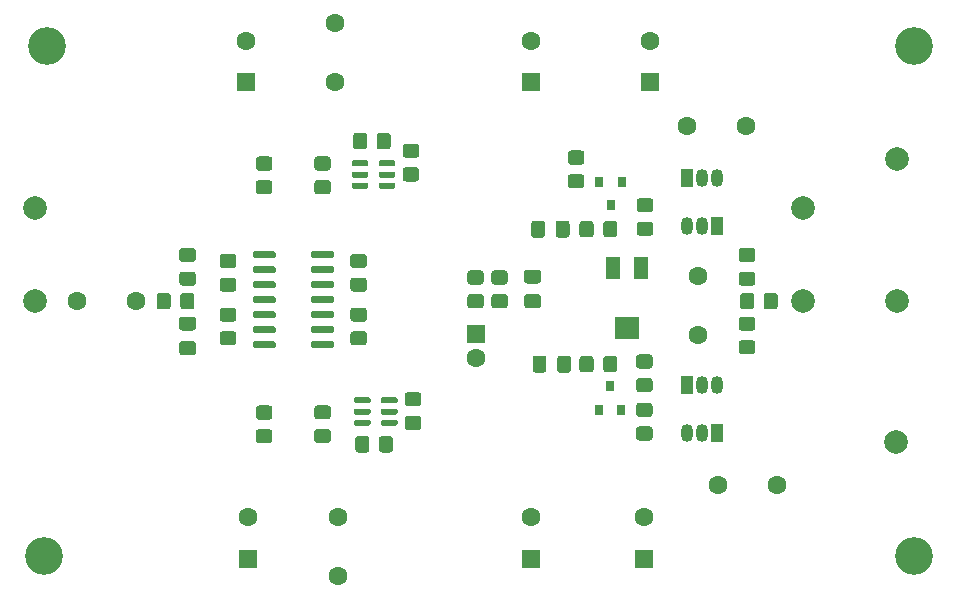
<source format=gbr>
G04 #@! TF.GenerationSoftware,KiCad,Pcbnew,(5.1.9-0-10_14)*
G04 #@! TF.CreationDate,2021-02-13T11:15:02+01:00*
G04 #@! TF.ProjectId,pre-amp-discret,7072652d-616d-4702-9d64-697363726574,rev?*
G04 #@! TF.SameCoordinates,Original*
G04 #@! TF.FileFunction,Soldermask,Top*
G04 #@! TF.FilePolarity,Negative*
%FSLAX46Y46*%
G04 Gerber Fmt 4.6, Leading zero omitted, Abs format (unit mm)*
G04 Created by KiCad (PCBNEW (5.1.9-0-10_14)) date 2021-02-13 11:15:02*
%MOMM*%
%LPD*%
G01*
G04 APERTURE LIST*
%ADD10R,1.300000X1.900000*%
%ADD11R,2.000000X1.900000*%
%ADD12C,1.600000*%
%ADD13R,1.050000X1.500000*%
%ADD14O,1.050000X1.500000*%
%ADD15R,0.800000X0.900000*%
%ADD16R,1.600000X1.600000*%
%ADD17C,2.000000*%
%ADD18C,3.200000*%
G04 APERTURE END LIST*
G36*
G01*
X148631000Y-118133000D02*
X148631000Y-117833000D01*
G75*
G02*
X148781000Y-117683000I150000J0D01*
G01*
X150431000Y-117683000D01*
G75*
G02*
X150581000Y-117833000I0J-150000D01*
G01*
X150581000Y-118133000D01*
G75*
G02*
X150431000Y-118283000I-150000J0D01*
G01*
X148781000Y-118283000D01*
G75*
G02*
X148631000Y-118133000I0J150000D01*
G01*
G37*
G36*
G01*
X148631000Y-119403000D02*
X148631000Y-119103000D01*
G75*
G02*
X148781000Y-118953000I150000J0D01*
G01*
X150431000Y-118953000D01*
G75*
G02*
X150581000Y-119103000I0J-150000D01*
G01*
X150581000Y-119403000D01*
G75*
G02*
X150431000Y-119553000I-150000J0D01*
G01*
X148781000Y-119553000D01*
G75*
G02*
X148631000Y-119403000I0J150000D01*
G01*
G37*
G36*
G01*
X148631000Y-120673000D02*
X148631000Y-120373000D01*
G75*
G02*
X148781000Y-120223000I150000J0D01*
G01*
X150431000Y-120223000D01*
G75*
G02*
X150581000Y-120373000I0J-150000D01*
G01*
X150581000Y-120673000D01*
G75*
G02*
X150431000Y-120823000I-150000J0D01*
G01*
X148781000Y-120823000D01*
G75*
G02*
X148631000Y-120673000I0J150000D01*
G01*
G37*
G36*
G01*
X148631000Y-121943000D02*
X148631000Y-121643000D01*
G75*
G02*
X148781000Y-121493000I150000J0D01*
G01*
X150431000Y-121493000D01*
G75*
G02*
X150581000Y-121643000I0J-150000D01*
G01*
X150581000Y-121943000D01*
G75*
G02*
X150431000Y-122093000I-150000J0D01*
G01*
X148781000Y-122093000D01*
G75*
G02*
X148631000Y-121943000I0J150000D01*
G01*
G37*
G36*
G01*
X148631000Y-123213000D02*
X148631000Y-122913000D01*
G75*
G02*
X148781000Y-122763000I150000J0D01*
G01*
X150431000Y-122763000D01*
G75*
G02*
X150581000Y-122913000I0J-150000D01*
G01*
X150581000Y-123213000D01*
G75*
G02*
X150431000Y-123363000I-150000J0D01*
G01*
X148781000Y-123363000D01*
G75*
G02*
X148631000Y-123213000I0J150000D01*
G01*
G37*
G36*
G01*
X148631000Y-124483000D02*
X148631000Y-124183000D01*
G75*
G02*
X148781000Y-124033000I150000J0D01*
G01*
X150431000Y-124033000D01*
G75*
G02*
X150581000Y-124183000I0J-150000D01*
G01*
X150581000Y-124483000D01*
G75*
G02*
X150431000Y-124633000I-150000J0D01*
G01*
X148781000Y-124633000D01*
G75*
G02*
X148631000Y-124483000I0J150000D01*
G01*
G37*
G36*
G01*
X148631000Y-125753000D02*
X148631000Y-125453000D01*
G75*
G02*
X148781000Y-125303000I150000J0D01*
G01*
X150431000Y-125303000D01*
G75*
G02*
X150581000Y-125453000I0J-150000D01*
G01*
X150581000Y-125753000D01*
G75*
G02*
X150431000Y-125903000I-150000J0D01*
G01*
X148781000Y-125903000D01*
G75*
G02*
X148631000Y-125753000I0J150000D01*
G01*
G37*
G36*
G01*
X143681000Y-125753000D02*
X143681000Y-125453000D01*
G75*
G02*
X143831000Y-125303000I150000J0D01*
G01*
X145481000Y-125303000D01*
G75*
G02*
X145631000Y-125453000I0J-150000D01*
G01*
X145631000Y-125753000D01*
G75*
G02*
X145481000Y-125903000I-150000J0D01*
G01*
X143831000Y-125903000D01*
G75*
G02*
X143681000Y-125753000I0J150000D01*
G01*
G37*
G36*
G01*
X143681000Y-124483000D02*
X143681000Y-124183000D01*
G75*
G02*
X143831000Y-124033000I150000J0D01*
G01*
X145481000Y-124033000D01*
G75*
G02*
X145631000Y-124183000I0J-150000D01*
G01*
X145631000Y-124483000D01*
G75*
G02*
X145481000Y-124633000I-150000J0D01*
G01*
X143831000Y-124633000D01*
G75*
G02*
X143681000Y-124483000I0J150000D01*
G01*
G37*
G36*
G01*
X143681000Y-123213000D02*
X143681000Y-122913000D01*
G75*
G02*
X143831000Y-122763000I150000J0D01*
G01*
X145481000Y-122763000D01*
G75*
G02*
X145631000Y-122913000I0J-150000D01*
G01*
X145631000Y-123213000D01*
G75*
G02*
X145481000Y-123363000I-150000J0D01*
G01*
X143831000Y-123363000D01*
G75*
G02*
X143681000Y-123213000I0J150000D01*
G01*
G37*
G36*
G01*
X143681000Y-121943000D02*
X143681000Y-121643000D01*
G75*
G02*
X143831000Y-121493000I150000J0D01*
G01*
X145481000Y-121493000D01*
G75*
G02*
X145631000Y-121643000I0J-150000D01*
G01*
X145631000Y-121943000D01*
G75*
G02*
X145481000Y-122093000I-150000J0D01*
G01*
X143831000Y-122093000D01*
G75*
G02*
X143681000Y-121943000I0J150000D01*
G01*
G37*
G36*
G01*
X143681000Y-120673000D02*
X143681000Y-120373000D01*
G75*
G02*
X143831000Y-120223000I150000J0D01*
G01*
X145481000Y-120223000D01*
G75*
G02*
X145631000Y-120373000I0J-150000D01*
G01*
X145631000Y-120673000D01*
G75*
G02*
X145481000Y-120823000I-150000J0D01*
G01*
X143831000Y-120823000D01*
G75*
G02*
X143681000Y-120673000I0J150000D01*
G01*
G37*
G36*
G01*
X143681000Y-119403000D02*
X143681000Y-119103000D01*
G75*
G02*
X143831000Y-118953000I150000J0D01*
G01*
X145481000Y-118953000D01*
G75*
G02*
X145631000Y-119103000I0J-150000D01*
G01*
X145631000Y-119403000D01*
G75*
G02*
X145481000Y-119553000I-150000J0D01*
G01*
X143831000Y-119553000D01*
G75*
G02*
X143681000Y-119403000I0J150000D01*
G01*
G37*
G36*
G01*
X143681000Y-118133000D02*
X143681000Y-117833000D01*
G75*
G02*
X143831000Y-117683000I150000J0D01*
G01*
X145481000Y-117683000D01*
G75*
G02*
X145631000Y-117833000I0J-150000D01*
G01*
X145631000Y-118133000D01*
G75*
G02*
X145481000Y-118283000I-150000J0D01*
G01*
X143831000Y-118283000D01*
G75*
G02*
X143681000Y-118133000I0J150000D01*
G01*
G37*
D10*
X174230000Y-119126000D03*
D11*
X175380000Y-124226000D03*
D10*
X176530000Y-119126000D03*
G36*
G01*
X138626001Y-118615000D02*
X137725999Y-118615000D01*
G75*
G02*
X137476000Y-118365001I0J249999D01*
G01*
X137476000Y-117664999D01*
G75*
G02*
X137725999Y-117415000I249999J0D01*
G01*
X138626001Y-117415000D01*
G75*
G02*
X138876000Y-117664999I0J-249999D01*
G01*
X138876000Y-118365001D01*
G75*
G02*
X138626001Y-118615000I-249999J0D01*
G01*
G37*
G36*
G01*
X138626001Y-120615000D02*
X137725999Y-120615000D01*
G75*
G02*
X137476000Y-120365001I0J249999D01*
G01*
X137476000Y-119664999D01*
G75*
G02*
X137725999Y-119415000I249999J0D01*
G01*
X138626001Y-119415000D01*
G75*
G02*
X138876000Y-119664999I0J-249999D01*
G01*
X138876000Y-120365001D01*
G75*
G02*
X138626001Y-120615000I-249999J0D01*
G01*
G37*
G36*
G01*
X136760000Y-121469999D02*
X136760000Y-122370001D01*
G75*
G02*
X136510001Y-122620000I-249999J0D01*
G01*
X135809999Y-122620000D01*
G75*
G02*
X135560000Y-122370001I0J249999D01*
G01*
X135560000Y-121469999D01*
G75*
G02*
X135809999Y-121220000I249999J0D01*
G01*
X136510001Y-121220000D01*
G75*
G02*
X136760000Y-121469999I0J-249999D01*
G01*
G37*
G36*
G01*
X138760000Y-121469999D02*
X138760000Y-122370001D01*
G75*
G02*
X138510001Y-122620000I-249999J0D01*
G01*
X137809999Y-122620000D01*
G75*
G02*
X137560000Y-122370001I0J249999D01*
G01*
X137560000Y-121469999D01*
G75*
G02*
X137809999Y-121220000I249999J0D01*
G01*
X138510001Y-121220000D01*
G75*
G02*
X138760000Y-121469999I0J-249999D01*
G01*
G37*
G36*
G01*
X138651000Y-124412500D02*
X137701000Y-124412500D01*
G75*
G02*
X137451000Y-124162500I0J250000D01*
G01*
X137451000Y-123487500D01*
G75*
G02*
X137701000Y-123237500I250000J0D01*
G01*
X138651000Y-123237500D01*
G75*
G02*
X138901000Y-123487500I0J-250000D01*
G01*
X138901000Y-124162500D01*
G75*
G02*
X138651000Y-124412500I-250000J0D01*
G01*
G37*
G36*
G01*
X138651000Y-126487500D02*
X137701000Y-126487500D01*
G75*
G02*
X137451000Y-126237500I0J250000D01*
G01*
X137451000Y-125562500D01*
G75*
G02*
X137701000Y-125312500I250000J0D01*
G01*
X138651000Y-125312500D01*
G75*
G02*
X138901000Y-125562500I0J-250000D01*
G01*
X138901000Y-126237500D01*
G75*
G02*
X138651000Y-126487500I-250000J0D01*
G01*
G37*
G36*
G01*
X144202999Y-132750000D02*
X145103001Y-132750000D01*
G75*
G02*
X145353000Y-132999999I0J-249999D01*
G01*
X145353000Y-133700001D01*
G75*
G02*
X145103001Y-133950000I-249999J0D01*
G01*
X144202999Y-133950000D01*
G75*
G02*
X143953000Y-133700001I0J249999D01*
G01*
X143953000Y-132999999D01*
G75*
G02*
X144202999Y-132750000I249999J0D01*
G01*
G37*
G36*
G01*
X144202999Y-130750000D02*
X145103001Y-130750000D01*
G75*
G02*
X145353000Y-130999999I0J-249999D01*
G01*
X145353000Y-131700001D01*
G75*
G02*
X145103001Y-131950000I-249999J0D01*
G01*
X144202999Y-131950000D01*
G75*
G02*
X143953000Y-131700001I0J249999D01*
G01*
X143953000Y-130999999D01*
G75*
G02*
X144202999Y-130750000I249999J0D01*
G01*
G37*
G36*
G01*
X162109999Y-121320000D02*
X163010001Y-121320000D01*
G75*
G02*
X163260000Y-121569999I0J-249999D01*
G01*
X163260000Y-122270001D01*
G75*
G02*
X163010001Y-122520000I-249999J0D01*
G01*
X162109999Y-122520000D01*
G75*
G02*
X161860000Y-122270001I0J249999D01*
G01*
X161860000Y-121569999D01*
G75*
G02*
X162109999Y-121320000I249999J0D01*
G01*
G37*
G36*
G01*
X162109999Y-119320000D02*
X163010001Y-119320000D01*
G75*
G02*
X163260000Y-119569999I0J-249999D01*
G01*
X163260000Y-120270001D01*
G75*
G02*
X163010001Y-120520000I-249999J0D01*
G01*
X162109999Y-120520000D01*
G75*
G02*
X161860000Y-120270001I0J249999D01*
G01*
X161860000Y-119569999D01*
G75*
G02*
X162109999Y-119320000I249999J0D01*
G01*
G37*
G36*
G01*
X168565500Y-126779000D02*
X168565500Y-127729000D01*
G75*
G02*
X168315500Y-127979000I-250000J0D01*
G01*
X167640500Y-127979000D01*
G75*
G02*
X167390500Y-127729000I0J250000D01*
G01*
X167390500Y-126779000D01*
G75*
G02*
X167640500Y-126529000I250000J0D01*
G01*
X168315500Y-126529000D01*
G75*
G02*
X168565500Y-126779000I0J-250000D01*
G01*
G37*
G36*
G01*
X170640500Y-126779000D02*
X170640500Y-127729000D01*
G75*
G02*
X170390500Y-127979000I-250000J0D01*
G01*
X169715500Y-127979000D01*
G75*
G02*
X169465500Y-127729000I0J250000D01*
G01*
X169465500Y-126779000D01*
G75*
G02*
X169715500Y-126529000I250000J0D01*
G01*
X170390500Y-126529000D01*
G75*
G02*
X170640500Y-126779000I0J-250000D01*
G01*
G37*
G36*
G01*
X169338500Y-116299000D02*
X169338500Y-115349000D01*
G75*
G02*
X169588500Y-115099000I250000J0D01*
G01*
X170263500Y-115099000D01*
G75*
G02*
X170513500Y-115349000I0J-250000D01*
G01*
X170513500Y-116299000D01*
G75*
G02*
X170263500Y-116549000I-250000J0D01*
G01*
X169588500Y-116549000D01*
G75*
G02*
X169338500Y-116299000I0J250000D01*
G01*
G37*
G36*
G01*
X167263500Y-116299000D02*
X167263500Y-115349000D01*
G75*
G02*
X167513500Y-115099000I250000J0D01*
G01*
X168188500Y-115099000D01*
G75*
G02*
X168438500Y-115349000I0J-250000D01*
G01*
X168438500Y-116299000D01*
G75*
G02*
X168188500Y-116549000I-250000J0D01*
G01*
X167513500Y-116549000D01*
G75*
G02*
X167263500Y-116299000I0J250000D01*
G01*
G37*
D12*
X180467000Y-107124500D03*
X185467000Y-107124500D03*
X181419500Y-119824500D03*
X181419500Y-124824500D03*
G36*
G01*
X185096999Y-125225000D02*
X185997001Y-125225000D01*
G75*
G02*
X186247000Y-125474999I0J-249999D01*
G01*
X186247000Y-126175001D01*
G75*
G02*
X185997001Y-126425000I-249999J0D01*
G01*
X185096999Y-126425000D01*
G75*
G02*
X184847000Y-126175001I0J249999D01*
G01*
X184847000Y-125474999D01*
G75*
G02*
X185096999Y-125225000I249999J0D01*
G01*
G37*
G36*
G01*
X185096999Y-123225000D02*
X185997001Y-123225000D01*
G75*
G02*
X186247000Y-123474999I0J-249999D01*
G01*
X186247000Y-124175001D01*
G75*
G02*
X185997001Y-124425000I-249999J0D01*
G01*
X185096999Y-124425000D01*
G75*
G02*
X184847000Y-124175001I0J249999D01*
G01*
X184847000Y-123474999D01*
G75*
G02*
X185096999Y-123225000I249999J0D01*
G01*
G37*
G36*
G01*
X185096999Y-119415000D02*
X185997001Y-119415000D01*
G75*
G02*
X186247000Y-119664999I0J-249999D01*
G01*
X186247000Y-120365001D01*
G75*
G02*
X185997001Y-120615000I-249999J0D01*
G01*
X185096999Y-120615000D01*
G75*
G02*
X184847000Y-120365001I0J249999D01*
G01*
X184847000Y-119664999D01*
G75*
G02*
X185096999Y-119415000I249999J0D01*
G01*
G37*
G36*
G01*
X185096999Y-117415000D02*
X185997001Y-117415000D01*
G75*
G02*
X186247000Y-117664999I0J-249999D01*
G01*
X186247000Y-118365001D01*
G75*
G02*
X185997001Y-118615000I-249999J0D01*
G01*
X185096999Y-118615000D01*
G75*
G02*
X184847000Y-118365001I0J249999D01*
G01*
X184847000Y-117664999D01*
G75*
G02*
X185096999Y-117415000I249999J0D01*
G01*
G37*
G36*
G01*
X176397499Y-128432000D02*
X177297501Y-128432000D01*
G75*
G02*
X177547500Y-128681999I0J-249999D01*
G01*
X177547500Y-129382001D01*
G75*
G02*
X177297501Y-129632000I-249999J0D01*
G01*
X176397499Y-129632000D01*
G75*
G02*
X176147500Y-129382001I0J249999D01*
G01*
X176147500Y-128681999D01*
G75*
G02*
X176397499Y-128432000I249999J0D01*
G01*
G37*
G36*
G01*
X176397499Y-126432000D02*
X177297501Y-126432000D01*
G75*
G02*
X177547500Y-126681999I0J-249999D01*
G01*
X177547500Y-127382001D01*
G75*
G02*
X177297501Y-127632000I-249999J0D01*
G01*
X176397499Y-127632000D01*
G75*
G02*
X176147500Y-127382001I0J249999D01*
G01*
X176147500Y-126681999D01*
G75*
G02*
X176397499Y-126432000I249999J0D01*
G01*
G37*
G36*
G01*
X176460999Y-115192000D02*
X177361001Y-115192000D01*
G75*
G02*
X177611000Y-115441999I0J-249999D01*
G01*
X177611000Y-116142001D01*
G75*
G02*
X177361001Y-116392000I-249999J0D01*
G01*
X176460999Y-116392000D01*
G75*
G02*
X176211000Y-116142001I0J249999D01*
G01*
X176211000Y-115441999D01*
G75*
G02*
X176460999Y-115192000I249999J0D01*
G01*
G37*
G36*
G01*
X176460999Y-113192000D02*
X177361001Y-113192000D01*
G75*
G02*
X177611000Y-113441999I0J-249999D01*
G01*
X177611000Y-114142001D01*
G75*
G02*
X177361001Y-114392000I-249999J0D01*
G01*
X176460999Y-114392000D01*
G75*
G02*
X176211000Y-114142001I0J249999D01*
G01*
X176211000Y-113441999D01*
G75*
G02*
X176460999Y-113192000I249999J0D01*
G01*
G37*
G36*
G01*
X173358000Y-127704001D02*
X173358000Y-126803999D01*
G75*
G02*
X173607999Y-126554000I249999J0D01*
G01*
X174308001Y-126554000D01*
G75*
G02*
X174558000Y-126803999I0J-249999D01*
G01*
X174558000Y-127704001D01*
G75*
G02*
X174308001Y-127954000I-249999J0D01*
G01*
X173607999Y-127954000D01*
G75*
G02*
X173358000Y-127704001I0J249999D01*
G01*
G37*
G36*
G01*
X171358000Y-127704001D02*
X171358000Y-126803999D01*
G75*
G02*
X171607999Y-126554000I249999J0D01*
G01*
X172308001Y-126554000D01*
G75*
G02*
X172558000Y-126803999I0J-249999D01*
G01*
X172558000Y-127704001D01*
G75*
G02*
X172308001Y-127954000I-249999J0D01*
G01*
X171607999Y-127954000D01*
G75*
G02*
X171358000Y-127704001I0J249999D01*
G01*
G37*
G36*
G01*
X172558000Y-115373999D02*
X172558000Y-116274001D01*
G75*
G02*
X172308001Y-116524000I-249999J0D01*
G01*
X171607999Y-116524000D01*
G75*
G02*
X171358000Y-116274001I0J249999D01*
G01*
X171358000Y-115373999D01*
G75*
G02*
X171607999Y-115124000I249999J0D01*
G01*
X172308001Y-115124000D01*
G75*
G02*
X172558000Y-115373999I0J-249999D01*
G01*
G37*
G36*
G01*
X174558000Y-115373999D02*
X174558000Y-116274001D01*
G75*
G02*
X174308001Y-116524000I-249999J0D01*
G01*
X173607999Y-116524000D01*
G75*
G02*
X173358000Y-116274001I0J249999D01*
G01*
X173358000Y-115373999D01*
G75*
G02*
X173607999Y-115124000I249999J0D01*
G01*
X174308001Y-115124000D01*
G75*
G02*
X174558000Y-115373999I0J-249999D01*
G01*
G37*
D13*
X183007000Y-133096000D03*
D14*
X180467000Y-133096000D03*
X181737000Y-133096000D03*
D13*
X180467000Y-111506000D03*
D14*
X183007000Y-111506000D03*
X181737000Y-111506000D03*
D13*
X180467000Y-129032000D03*
D14*
X183007000Y-129032000D03*
X181737000Y-129032000D03*
D13*
X183007000Y-115570000D03*
D14*
X180467000Y-115570000D03*
X181737000Y-115570000D03*
D15*
X173926500Y-129095500D03*
X174876500Y-131095500D03*
X172976500Y-131095500D03*
G36*
G01*
X153493500Y-112023700D02*
X153493500Y-112273700D01*
G75*
G02*
X153368500Y-112398700I-125000J0D01*
G01*
X152193500Y-112398700D01*
G75*
G02*
X152068500Y-112273700I0J125000D01*
G01*
X152068500Y-112023700D01*
G75*
G02*
X152193500Y-111898700I125000J0D01*
G01*
X153368500Y-111898700D01*
G75*
G02*
X153493500Y-112023700I0J-125000D01*
G01*
G37*
G36*
G01*
X153493500Y-111073700D02*
X153493500Y-111323700D01*
G75*
G02*
X153368500Y-111448700I-125000J0D01*
G01*
X152193500Y-111448700D01*
G75*
G02*
X152068500Y-111323700I0J125000D01*
G01*
X152068500Y-111073700D01*
G75*
G02*
X152193500Y-110948700I125000J0D01*
G01*
X153368500Y-110948700D01*
G75*
G02*
X153493500Y-111073700I0J-125000D01*
G01*
G37*
G36*
G01*
X153493500Y-110123700D02*
X153493500Y-110373700D01*
G75*
G02*
X153368500Y-110498700I-125000J0D01*
G01*
X152193500Y-110498700D01*
G75*
G02*
X152068500Y-110373700I0J125000D01*
G01*
X152068500Y-110123700D01*
G75*
G02*
X152193500Y-109998700I125000J0D01*
G01*
X153368500Y-109998700D01*
G75*
G02*
X153493500Y-110123700I0J-125000D01*
G01*
G37*
G36*
G01*
X155768500Y-110123700D02*
X155768500Y-110373700D01*
G75*
G02*
X155643500Y-110498700I-125000J0D01*
G01*
X154468500Y-110498700D01*
G75*
G02*
X154343500Y-110373700I0J125000D01*
G01*
X154343500Y-110123700D01*
G75*
G02*
X154468500Y-109998700I125000J0D01*
G01*
X155643500Y-109998700D01*
G75*
G02*
X155768500Y-110123700I0J-125000D01*
G01*
G37*
G36*
G01*
X155768500Y-111073700D02*
X155768500Y-111323700D01*
G75*
G02*
X155643500Y-111448700I-125000J0D01*
G01*
X154468500Y-111448700D01*
G75*
G02*
X154343500Y-111323700I0J125000D01*
G01*
X154343500Y-111073700D01*
G75*
G02*
X154468500Y-110948700I125000J0D01*
G01*
X155643500Y-110948700D01*
G75*
G02*
X155768500Y-111073700I0J-125000D01*
G01*
G37*
G36*
G01*
X155768500Y-112023700D02*
X155768500Y-112273700D01*
G75*
G02*
X155643500Y-112398700I-125000J0D01*
G01*
X154468500Y-112398700D01*
G75*
G02*
X154343500Y-112273700I0J125000D01*
G01*
X154343500Y-112023700D01*
G75*
G02*
X154468500Y-111898700I125000J0D01*
G01*
X155643500Y-111898700D01*
G75*
G02*
X155768500Y-112023700I0J-125000D01*
G01*
G37*
G36*
G01*
X154529300Y-130439700D02*
X154529300Y-130189700D01*
G75*
G02*
X154654300Y-130064700I125000J0D01*
G01*
X155829300Y-130064700D01*
G75*
G02*
X155954300Y-130189700I0J-125000D01*
G01*
X155954300Y-130439700D01*
G75*
G02*
X155829300Y-130564700I-125000J0D01*
G01*
X154654300Y-130564700D01*
G75*
G02*
X154529300Y-130439700I0J125000D01*
G01*
G37*
G36*
G01*
X154529300Y-131389700D02*
X154529300Y-131139700D01*
G75*
G02*
X154654300Y-131014700I125000J0D01*
G01*
X155829300Y-131014700D01*
G75*
G02*
X155954300Y-131139700I0J-125000D01*
G01*
X155954300Y-131389700D01*
G75*
G02*
X155829300Y-131514700I-125000J0D01*
G01*
X154654300Y-131514700D01*
G75*
G02*
X154529300Y-131389700I0J125000D01*
G01*
G37*
G36*
G01*
X154529300Y-132339700D02*
X154529300Y-132089700D01*
G75*
G02*
X154654300Y-131964700I125000J0D01*
G01*
X155829300Y-131964700D01*
G75*
G02*
X155954300Y-132089700I0J-125000D01*
G01*
X155954300Y-132339700D01*
G75*
G02*
X155829300Y-132464700I-125000J0D01*
G01*
X154654300Y-132464700D01*
G75*
G02*
X154529300Y-132339700I0J125000D01*
G01*
G37*
G36*
G01*
X152254300Y-132339700D02*
X152254300Y-132089700D01*
G75*
G02*
X152379300Y-131964700I125000J0D01*
G01*
X153554300Y-131964700D01*
G75*
G02*
X153679300Y-132089700I0J-125000D01*
G01*
X153679300Y-132339700D01*
G75*
G02*
X153554300Y-132464700I-125000J0D01*
G01*
X152379300Y-132464700D01*
G75*
G02*
X152254300Y-132339700I0J125000D01*
G01*
G37*
G36*
G01*
X152254300Y-131389700D02*
X152254300Y-131139700D01*
G75*
G02*
X152379300Y-131014700I125000J0D01*
G01*
X153554300Y-131014700D01*
G75*
G02*
X153679300Y-131139700I0J-125000D01*
G01*
X153679300Y-131389700D01*
G75*
G02*
X153554300Y-131514700I-125000J0D01*
G01*
X152379300Y-131514700D01*
G75*
G02*
X152254300Y-131389700I0J125000D01*
G01*
G37*
G36*
G01*
X152254300Y-130439700D02*
X152254300Y-130189700D01*
G75*
G02*
X152379300Y-130064700I125000J0D01*
G01*
X153554300Y-130064700D01*
G75*
G02*
X153679300Y-130189700I0J-125000D01*
G01*
X153679300Y-130439700D01*
G75*
G02*
X153554300Y-130564700I-125000J0D01*
G01*
X152379300Y-130564700D01*
G75*
G02*
X152254300Y-130439700I0J125000D01*
G01*
G37*
D12*
X177355500Y-99878000D03*
D16*
X177355500Y-103378000D03*
D12*
X167259000Y-140208000D03*
D16*
X167259000Y-143708000D03*
D12*
X167259000Y-99878000D03*
D16*
X167259000Y-103378000D03*
D12*
X162560000Y-126714000D03*
D16*
X162560000Y-124714000D03*
G36*
G01*
X186147000Y-121469999D02*
X186147000Y-122370001D01*
G75*
G02*
X185897001Y-122620000I-249999J0D01*
G01*
X185196999Y-122620000D01*
G75*
G02*
X184947000Y-122370001I0J249999D01*
G01*
X184947000Y-121469999D01*
G75*
G02*
X185196999Y-121220000I249999J0D01*
G01*
X185897001Y-121220000D01*
G75*
G02*
X186147000Y-121469999I0J-249999D01*
G01*
G37*
G36*
G01*
X188147000Y-121469999D02*
X188147000Y-122370001D01*
G75*
G02*
X187897001Y-122620000I-249999J0D01*
G01*
X187196999Y-122620000D01*
G75*
G02*
X186947000Y-122370001I0J249999D01*
G01*
X186947000Y-121469999D01*
G75*
G02*
X187196999Y-121220000I249999J0D01*
G01*
X187897001Y-121220000D01*
G75*
G02*
X188147000Y-121469999I0J-249999D01*
G01*
G37*
G36*
G01*
X176397499Y-132527500D02*
X177297501Y-132527500D01*
G75*
G02*
X177547500Y-132777499I0J-249999D01*
G01*
X177547500Y-133477501D01*
G75*
G02*
X177297501Y-133727500I-249999J0D01*
G01*
X176397499Y-133727500D01*
G75*
G02*
X176147500Y-133477501I0J249999D01*
G01*
X176147500Y-132777499D01*
G75*
G02*
X176397499Y-132527500I249999J0D01*
G01*
G37*
G36*
G01*
X176397499Y-130527500D02*
X177297501Y-130527500D01*
G75*
G02*
X177547500Y-130777499I0J-249999D01*
G01*
X177547500Y-131477501D01*
G75*
G02*
X177297501Y-131727500I-249999J0D01*
G01*
X176397499Y-131727500D01*
G75*
G02*
X176147500Y-131477501I0J249999D01*
G01*
X176147500Y-130777499D01*
G75*
G02*
X176397499Y-130527500I249999J0D01*
G01*
G37*
G36*
G01*
X153571500Y-133585799D02*
X153571500Y-134485801D01*
G75*
G02*
X153321501Y-134735800I-249999J0D01*
G01*
X152621499Y-134735800D01*
G75*
G02*
X152371500Y-134485801I0J249999D01*
G01*
X152371500Y-133585799D01*
G75*
G02*
X152621499Y-133335800I249999J0D01*
G01*
X153321501Y-133335800D01*
G75*
G02*
X153571500Y-133585799I0J-249999D01*
G01*
G37*
G36*
G01*
X155571500Y-133585799D02*
X155571500Y-134485801D01*
G75*
G02*
X155321501Y-134735800I-249999J0D01*
G01*
X154621499Y-134735800D01*
G75*
G02*
X154371500Y-134485801I0J249999D01*
G01*
X154371500Y-133585799D01*
G75*
G02*
X154621499Y-133335800I249999J0D01*
G01*
X155321501Y-133335800D01*
G75*
G02*
X155571500Y-133585799I0J-249999D01*
G01*
G37*
G36*
G01*
X153104001Y-119123000D02*
X152203999Y-119123000D01*
G75*
G02*
X151954000Y-118873001I0J249999D01*
G01*
X151954000Y-118172999D01*
G75*
G02*
X152203999Y-117923000I249999J0D01*
G01*
X153104001Y-117923000D01*
G75*
G02*
X153354000Y-118172999I0J-249999D01*
G01*
X153354000Y-118873001D01*
G75*
G02*
X153104001Y-119123000I-249999J0D01*
G01*
G37*
G36*
G01*
X153104001Y-121123000D02*
X152203999Y-121123000D01*
G75*
G02*
X151954000Y-120873001I0J249999D01*
G01*
X151954000Y-120172999D01*
G75*
G02*
X152203999Y-119923000I249999J0D01*
G01*
X153104001Y-119923000D01*
G75*
G02*
X153354000Y-120172999I0J-249999D01*
G01*
X153354000Y-120873001D01*
G75*
G02*
X153104001Y-121123000I-249999J0D01*
G01*
G37*
G36*
G01*
X149155999Y-111668000D02*
X150056001Y-111668000D01*
G75*
G02*
X150306000Y-111917999I0J-249999D01*
G01*
X150306000Y-112618001D01*
G75*
G02*
X150056001Y-112868000I-249999J0D01*
G01*
X149155999Y-112868000D01*
G75*
G02*
X148906000Y-112618001I0J249999D01*
G01*
X148906000Y-111917999D01*
G75*
G02*
X149155999Y-111668000I249999J0D01*
G01*
G37*
G36*
G01*
X149155999Y-109668000D02*
X150056001Y-109668000D01*
G75*
G02*
X150306000Y-109917999I0J-249999D01*
G01*
X150306000Y-110618001D01*
G75*
G02*
X150056001Y-110868000I-249999J0D01*
G01*
X149155999Y-110868000D01*
G75*
G02*
X148906000Y-110618001I0J249999D01*
G01*
X148906000Y-109917999D01*
G75*
G02*
X149155999Y-109668000I249999J0D01*
G01*
G37*
G36*
G01*
X156814099Y-131625800D02*
X157714101Y-131625800D01*
G75*
G02*
X157964100Y-131875799I0J-249999D01*
G01*
X157964100Y-132575801D01*
G75*
G02*
X157714101Y-132825800I-249999J0D01*
G01*
X156814099Y-132825800D01*
G75*
G02*
X156564100Y-132575801I0J249999D01*
G01*
X156564100Y-131875799D01*
G75*
G02*
X156814099Y-131625800I249999J0D01*
G01*
G37*
G36*
G01*
X156814099Y-129625800D02*
X157714101Y-129625800D01*
G75*
G02*
X157964100Y-129875799I0J-249999D01*
G01*
X157964100Y-130575801D01*
G75*
G02*
X157714101Y-130825800I-249999J0D01*
G01*
X156814099Y-130825800D01*
G75*
G02*
X156564100Y-130575801I0J249999D01*
G01*
X156564100Y-129875799D01*
G75*
G02*
X156814099Y-129625800I249999J0D01*
G01*
G37*
G36*
G01*
X142055001Y-119123000D02*
X141154999Y-119123000D01*
G75*
G02*
X140905000Y-118873001I0J249999D01*
G01*
X140905000Y-118172999D01*
G75*
G02*
X141154999Y-117923000I249999J0D01*
G01*
X142055001Y-117923000D01*
G75*
G02*
X142305000Y-118172999I0J-249999D01*
G01*
X142305000Y-118873001D01*
G75*
G02*
X142055001Y-119123000I-249999J0D01*
G01*
G37*
G36*
G01*
X142055001Y-121123000D02*
X141154999Y-121123000D01*
G75*
G02*
X140905000Y-120873001I0J249999D01*
G01*
X140905000Y-120172999D01*
G75*
G02*
X141154999Y-119923000I249999J0D01*
G01*
X142055001Y-119923000D01*
G75*
G02*
X142305000Y-120172999I0J-249999D01*
G01*
X142305000Y-120873001D01*
G75*
G02*
X142055001Y-121123000I-249999J0D01*
G01*
G37*
G36*
G01*
X144202999Y-111668000D02*
X145103001Y-111668000D01*
G75*
G02*
X145353000Y-111917999I0J-249999D01*
G01*
X145353000Y-112618001D01*
G75*
G02*
X145103001Y-112868000I-249999J0D01*
G01*
X144202999Y-112868000D01*
G75*
G02*
X143953000Y-112618001I0J249999D01*
G01*
X143953000Y-111917999D01*
G75*
G02*
X144202999Y-111668000I249999J0D01*
G01*
G37*
G36*
G01*
X144202999Y-109668000D02*
X145103001Y-109668000D01*
G75*
G02*
X145353000Y-109917999I0J-249999D01*
G01*
X145353000Y-110618001D01*
G75*
G02*
X145103001Y-110868000I-249999J0D01*
G01*
X144202999Y-110868000D01*
G75*
G02*
X143953000Y-110618001I0J249999D01*
G01*
X143953000Y-109917999D01*
G75*
G02*
X144202999Y-109668000I249999J0D01*
G01*
G37*
D12*
X143256000Y-140208000D03*
D16*
X143256000Y-143708000D03*
D12*
X143129000Y-99878000D03*
D16*
X143129000Y-103378000D03*
D12*
X176784000Y-140208000D03*
D16*
X176784000Y-143708000D03*
D12*
X150876000Y-145208000D03*
X150876000Y-140208000D03*
X150622000Y-103378000D03*
X150622000Y-98378000D03*
X188070500Y-137477500D03*
X183070500Y-137477500D03*
D17*
X190246000Y-114046000D03*
X190246000Y-121920000D03*
X198247000Y-121920000D03*
X125222000Y-121920000D03*
X198183500Y-133858000D03*
X125222000Y-114046000D03*
X198247000Y-109855000D03*
G36*
G01*
X154181000Y-108819101D02*
X154181000Y-107919099D01*
G75*
G02*
X154430999Y-107669100I249999J0D01*
G01*
X155131001Y-107669100D01*
G75*
G02*
X155381000Y-107919099I0J-249999D01*
G01*
X155381000Y-108819101D01*
G75*
G02*
X155131001Y-109069100I-249999J0D01*
G01*
X154430999Y-109069100D01*
G75*
G02*
X154181000Y-108819101I0J249999D01*
G01*
G37*
G36*
G01*
X152181000Y-108819101D02*
X152181000Y-107919099D01*
G75*
G02*
X152430999Y-107669100I249999J0D01*
G01*
X153131001Y-107669100D01*
G75*
G02*
X153381000Y-107919099I0J-249999D01*
G01*
X153381000Y-108819101D01*
G75*
G02*
X153131001Y-109069100I-249999J0D01*
G01*
X152430999Y-109069100D01*
G75*
G02*
X152181000Y-108819101I0J249999D01*
G01*
G37*
G36*
G01*
X167861000Y-120432500D02*
X166911000Y-120432500D01*
G75*
G02*
X166661000Y-120182500I0J250000D01*
G01*
X166661000Y-119507500D01*
G75*
G02*
X166911000Y-119257500I250000J0D01*
G01*
X167861000Y-119257500D01*
G75*
G02*
X168111000Y-119507500I0J-250000D01*
G01*
X168111000Y-120182500D01*
G75*
G02*
X167861000Y-120432500I-250000J0D01*
G01*
G37*
G36*
G01*
X167861000Y-122507500D02*
X166911000Y-122507500D01*
G75*
G02*
X166661000Y-122257500I0J250000D01*
G01*
X166661000Y-121582500D01*
G75*
G02*
X166911000Y-121332500I250000J0D01*
G01*
X167861000Y-121332500D01*
G75*
G02*
X168111000Y-121582500I0J-250000D01*
G01*
X168111000Y-122257500D01*
G75*
G02*
X167861000Y-122507500I-250000J0D01*
G01*
G37*
G36*
G01*
X170618999Y-111160000D02*
X171519001Y-111160000D01*
G75*
G02*
X171769000Y-111409999I0J-249999D01*
G01*
X171769000Y-112110001D01*
G75*
G02*
X171519001Y-112360000I-249999J0D01*
G01*
X170618999Y-112360000D01*
G75*
G02*
X170369000Y-112110001I0J249999D01*
G01*
X170369000Y-111409999D01*
G75*
G02*
X170618999Y-111160000I249999J0D01*
G01*
G37*
G36*
G01*
X170618999Y-109160000D02*
X171519001Y-109160000D01*
G75*
G02*
X171769000Y-109409999I0J-249999D01*
G01*
X171769000Y-110110001D01*
G75*
G02*
X171519001Y-110360000I-249999J0D01*
G01*
X170618999Y-110360000D01*
G75*
G02*
X170369000Y-110110001I0J249999D01*
G01*
X170369000Y-109409999D01*
G75*
G02*
X170618999Y-109160000I249999J0D01*
G01*
G37*
G36*
G01*
X165042001Y-120520000D02*
X164141999Y-120520000D01*
G75*
G02*
X163892000Y-120270001I0J249999D01*
G01*
X163892000Y-119569999D01*
G75*
G02*
X164141999Y-119320000I249999J0D01*
G01*
X165042001Y-119320000D01*
G75*
G02*
X165292000Y-119569999I0J-249999D01*
G01*
X165292000Y-120270001D01*
G75*
G02*
X165042001Y-120520000I-249999J0D01*
G01*
G37*
G36*
G01*
X165042001Y-122520000D02*
X164141999Y-122520000D01*
G75*
G02*
X163892000Y-122270001I0J249999D01*
G01*
X163892000Y-121569999D01*
G75*
G02*
X164141999Y-121320000I249999J0D01*
G01*
X165042001Y-121320000D01*
G75*
G02*
X165292000Y-121569999I0J-249999D01*
G01*
X165292000Y-122270001D01*
G75*
G02*
X165042001Y-122520000I-249999J0D01*
G01*
G37*
G36*
G01*
X157536301Y-109788500D02*
X156636299Y-109788500D01*
G75*
G02*
X156386300Y-109538501I0J249999D01*
G01*
X156386300Y-108838499D01*
G75*
G02*
X156636299Y-108588500I249999J0D01*
G01*
X157536301Y-108588500D01*
G75*
G02*
X157786300Y-108838499I0J-249999D01*
G01*
X157786300Y-109538501D01*
G75*
G02*
X157536301Y-109788500I-249999J0D01*
G01*
G37*
G36*
G01*
X157536301Y-111788500D02*
X156636299Y-111788500D01*
G75*
G02*
X156386300Y-111538501I0J249999D01*
G01*
X156386300Y-110838499D01*
G75*
G02*
X156636299Y-110588500I249999J0D01*
G01*
X157536301Y-110588500D01*
G75*
G02*
X157786300Y-110838499I0J-249999D01*
G01*
X157786300Y-111538501D01*
G75*
G02*
X157536301Y-111788500I-249999J0D01*
G01*
G37*
G36*
G01*
X149155999Y-132734000D02*
X150056001Y-132734000D01*
G75*
G02*
X150306000Y-132983999I0J-249999D01*
G01*
X150306000Y-133684001D01*
G75*
G02*
X150056001Y-133934000I-249999J0D01*
G01*
X149155999Y-133934000D01*
G75*
G02*
X148906000Y-133684001I0J249999D01*
G01*
X148906000Y-132983999D01*
G75*
G02*
X149155999Y-132734000I249999J0D01*
G01*
G37*
G36*
G01*
X149155999Y-130734000D02*
X150056001Y-130734000D01*
G75*
G02*
X150306000Y-130983999I0J-249999D01*
G01*
X150306000Y-131684001D01*
G75*
G02*
X150056001Y-131934000I-249999J0D01*
G01*
X149155999Y-131934000D01*
G75*
G02*
X148906000Y-131684001I0J249999D01*
G01*
X148906000Y-130983999D01*
G75*
G02*
X149155999Y-130734000I249999J0D01*
G01*
G37*
G36*
G01*
X153104001Y-123663000D02*
X152203999Y-123663000D01*
G75*
G02*
X151954000Y-123413001I0J249999D01*
G01*
X151954000Y-122712999D01*
G75*
G02*
X152203999Y-122463000I249999J0D01*
G01*
X153104001Y-122463000D01*
G75*
G02*
X153354000Y-122712999I0J-249999D01*
G01*
X153354000Y-123413001D01*
G75*
G02*
X153104001Y-123663000I-249999J0D01*
G01*
G37*
G36*
G01*
X153104001Y-125663000D02*
X152203999Y-125663000D01*
G75*
G02*
X151954000Y-125413001I0J249999D01*
G01*
X151954000Y-124712999D01*
G75*
G02*
X152203999Y-124463000I249999J0D01*
G01*
X153104001Y-124463000D01*
G75*
G02*
X153354000Y-124712999I0J-249999D01*
G01*
X153354000Y-125413001D01*
G75*
G02*
X153104001Y-125663000I-249999J0D01*
G01*
G37*
G36*
G01*
X142055001Y-123663000D02*
X141154999Y-123663000D01*
G75*
G02*
X140905000Y-123413001I0J249999D01*
G01*
X140905000Y-122712999D01*
G75*
G02*
X141154999Y-122463000I249999J0D01*
G01*
X142055001Y-122463000D01*
G75*
G02*
X142305000Y-122712999I0J-249999D01*
G01*
X142305000Y-123413001D01*
G75*
G02*
X142055001Y-123663000I-249999J0D01*
G01*
G37*
G36*
G01*
X142055001Y-125663000D02*
X141154999Y-125663000D01*
G75*
G02*
X140905000Y-125413001I0J249999D01*
G01*
X140905000Y-124712999D01*
G75*
G02*
X141154999Y-124463000I249999J0D01*
G01*
X142055001Y-124463000D01*
G75*
G02*
X142305000Y-124712999I0J-249999D01*
G01*
X142305000Y-125413001D01*
G75*
G02*
X142055001Y-125663000I-249999J0D01*
G01*
G37*
D15*
X173990000Y-113792000D03*
X173040000Y-111792000D03*
X174940000Y-111792000D03*
D18*
X126238000Y-100330000D03*
X125984000Y-143510000D03*
X199644000Y-143510000D03*
X199644000Y-100330000D03*
D12*
X128778000Y-121920000D03*
X133778000Y-121920000D03*
M02*

</source>
